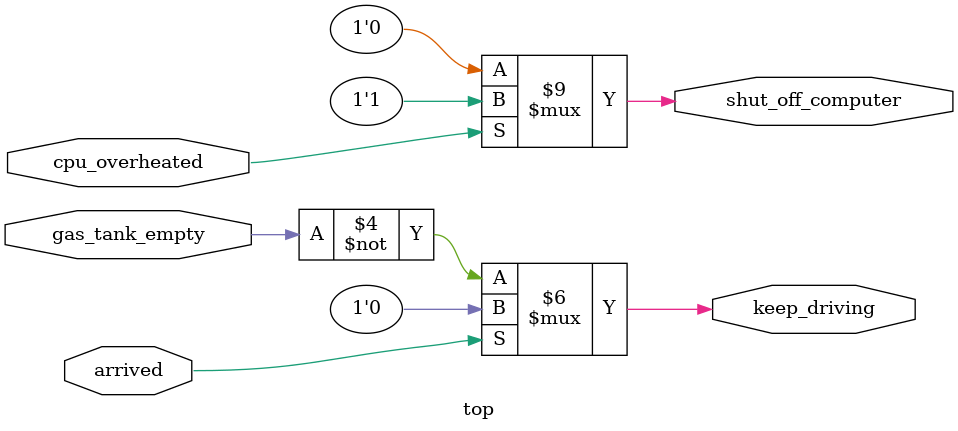
<source format=sv>
module top ( 
  input      cpu_overheated,
  output reg shut_off_computer,
  input      arrived,
  input      gas_tank_empty,
  output reg keep_driving  
);

  always @(*) begin
    if (cpu_overheated)
      shut_off_computer = 1;
    else
      shut_off_computer = 0;
  end

  always @(*) begin
    if (~arrived)
      keep_driving = ~gas_tank_empty;
    else
      keep_driving = 0;
  end

endmodule

</source>
